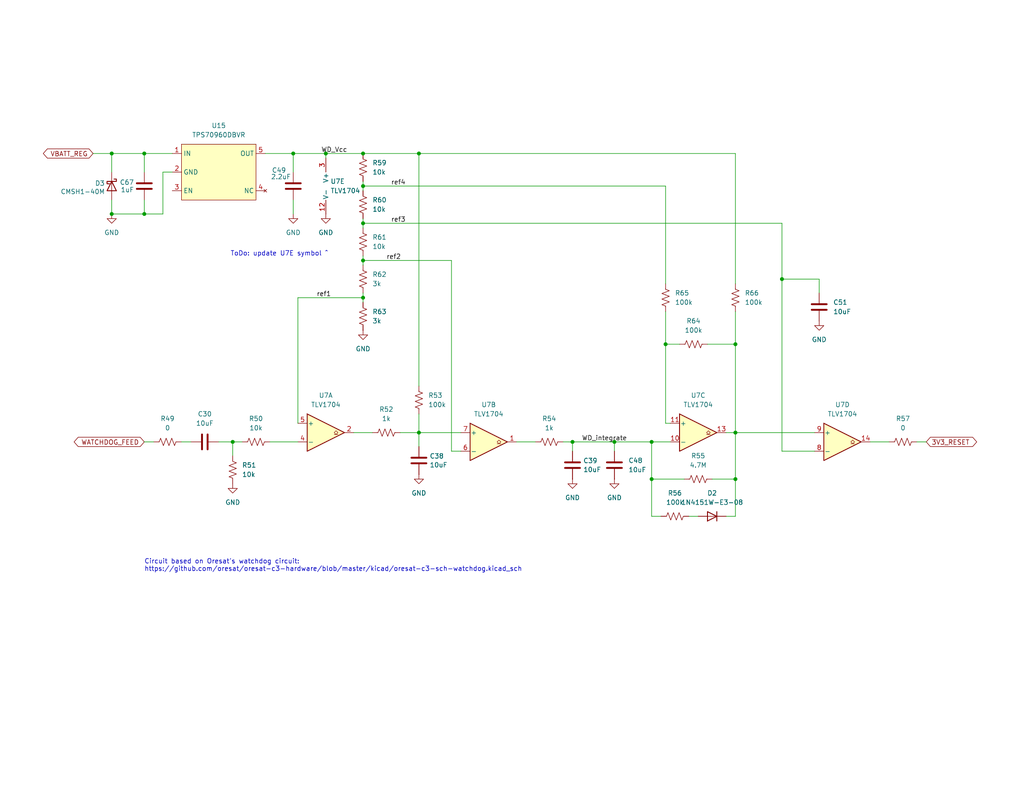
<source format=kicad_sch>
(kicad_sch (version 20250114) (generator "eeschema") (generator_version "9.0")
  (paper "USLetter")
  (title_block (title "ADCS Main Board") (date "2025-08-21") (rev "1.8") (company "Stanford Student Space Initiative") (comment 1 "Sage Wu") (comment 2 "From PiCubed"))
  (lib_symbols
    (symbol "Device:C" (pin_numbers (hide yes)) (pin_names (offset 0.254))
      (property "Reference" "C" (at 0.635 2.54 0))
      (property "Value" "C" (at 0.635 -2.54 0))
      (symbol "C_0_1"
        (polyline (pts (xy -2.032 0.762) (xy 2.032 0.762)) (stroke (width 0.508)))
        (polyline (pts (xy -2.032 -0.762) (xy 2.032 -0.762)) (stroke (width 0.508)))
      )
      (symbol "C_1_1"
        (pin passive line (at 0 3.81 270) (length 2.794) (name "~") (number "1"))
        (pin passive line (at 0 -3.81 90) (length 2.794) (name "~") (number "2"))
      )
    )
    (symbol "Device:D" (pin_numbers (hide yes)) (pin_names (offset 1.016) (hide yes))
      (property "Reference" "D" (at 0 2.54 0))
      (property "Value" "D" (at 0 -2.54 0))
      (symbol "D_0_1"
        (polyline (pts (xy -1.27 1.27) (xy -1.27 -1.27)) (stroke (width 0.254)))
        (polyline (pts (xy 1.27 1.27) (xy 1.27 -1.27) (xy -1.27 0) (xy 1.27 1.27)) (stroke (width 0.254)))
        (polyline (pts (xy 1.27 0) (xy -1.27 0)))
      )
      (symbol "D_1_1"
        (pin passive line (at -3.81 0 0) (length 2.54) (name "K") (number "1"))
        (pin passive line (at 3.81 0 180) (length 2.54) (name "A") (number "2"))
      )
    )
    (symbol "Device:D_Schottky" (pin_numbers (hide yes)) (pin_names (offset 1.016) (hide yes))
      (property "Reference" "D" (at 0 2.54 0))
      (property "Value" "D_Schottky" (at 0 -2.54 0))
      (symbol "D_Schottky_0_1"
        (polyline (pts (xy -1.905 0.635) (xy -1.905 1.27) (xy -1.27 1.27) (xy -1.27 -1.27) (xy -0.635 -1.27) (xy -0.635 -0.635)) (stroke (width 0.254)))
        (polyline (pts (xy 1.27 1.27) (xy 1.27 -1.27) (xy -1.27 0) (xy 1.27 1.27)) (stroke (width 0.254)))
        (polyline (pts (xy 1.27 0) (xy -1.27 0)))
      )
      (symbol "D_Schottky_1_1"
        (pin passive line (at -3.81 0 0) (length 2.54) (name "K") (number "1"))
        (pin passive line (at 3.81 0 180) (length 2.54) (name "A") (number "2"))
      )
    )
    (symbol "Device:R_US" (pin_numbers (hide yes)) (pin_names (offset 0))
      (property "Reference" "R" (at 2.54 0 90))
      (property "Value" "R_US" (at -2.54 0 90))
      (symbol "R_US_0_1"
        (polyline (pts (xy 0 2.286) (xy 0 2.54)))
        (polyline (pts (xy 0 2.286) (xy 1.016 1.905) (xy 0 1.524) (xy -1.016 1.143) (xy 0 0.762)))
        (polyline (pts (xy 0 0.762) (xy 1.016 0.381) (xy 0 0) (xy -1.016 -0.381) (xy 0 -0.762)))
        (polyline (pts (xy 0 -0.762) (xy 1.016 -1.143) (xy 0 -1.524) (xy -1.016 -1.905) (xy 0 -2.286)))
        (polyline (pts (xy 0 -2.286) (xy 0 -2.54)))
      )
      (symbol "R_US_1_1"
        (pin passive line (at 0 3.81 270) (length 1.27) (name "~") (number "1"))
        (pin passive line (at 0 -3.81 90) (length 1.27) (name "~") (number "2"))
      )
    )
    (symbol "power:GND" (power) (pin_numbers (hide yes)) (pin_names (offset 0) (hide yes))
      (property "Value" "GND" (at 0 -3.81 0))
      (symbol "GND_0_1"
        (polyline (pts (xy 0 0) (xy 0 -1.27) (xy 1.27 -1.27) (xy 0 -2.54) (xy -1.27 -1.27) (xy 0 -1.27)))
      )
      (symbol "GND_1_1"
        (pin power_in line (at 0 0 270) (length 0) (name "~") (number "1"))
      )
    )
    (symbol "ssi_IC:TLV1704" (pin_names (offset 0.127))
      (property "Reference" "U" (at 0 5.08 0))
      (property "Value" "TLV1704" (at 0 -5.08 0))
      (symbol "TLV1704_1_1"
        (polyline (pts (xy -5.08 5.08) (xy 5.08 0) (xy -5.08 -5.08) (xy -5.08 5.08)) (stroke (width 0.254)) (fill (type background)))
        (polyline (pts (xy 3.302 -0.508) (xy 2.794 -0.508) (xy 3.302 0) (xy 2.794 0.508) (xy 2.286 0) (xy 2.794 -0.508) (xy 2.286 -0.508)) (stroke (width 0.127)))
        (pin input line (at -7.62 2.54 0) (length 2.54) (name "+") (number "5"))
        (pin input line (at -7.62 -2.54 0) (length 2.54) (name "-") (number "4"))
        (pin open_collector line (at 7.62 0 180) (length 2.54) (name "~") (number "2"))
      )
      (symbol "TLV1704_2_1"
        (polyline (pts (xy -5.08 5.08) (xy 5.08 0) (xy -5.08 -5.08) (xy -5.08 5.08)) (stroke (width 0.254)) (fill (type background)))
        (polyline (pts (xy 3.302 -0.508) (xy 2.794 -0.508) (xy 3.302 0) (xy 2.794 0.508) (xy 2.286 0) (xy 2.794 -0.508) (xy 2.286 -0.508)) (stroke (width 0.127)))
        (pin input line (at -7.62 2.54 0) (length 2.54) (name "+") (number "7"))
        (pin input line (at -7.62 -2.54 0) (length 2.54) (name "-") (number "6"))
        (pin open_collector line (at 7.62 0 180) (length 2.54) (name "~") (number "1"))
      )
      (symbol "TLV1704_3_1"
        (polyline (pts (xy -5.08 5.08) (xy 5.08 0) (xy -5.08 -5.08) (xy -5.08 5.08)) (stroke (width 0.254)) (fill (type background)))
        (polyline (pts (xy 3.302 -0.508) (xy 2.794 -0.508) (xy 3.302 0) (xy 2.794 0.508) (xy 2.286 0) (xy 2.794 -0.508) (xy 2.286 -0.508)) (stroke (width 0.127)))
        (pin input line (at -7.62 2.54 0) (length 2.54) (name "+") (number "11"))
        (pin input line (at -7.62 -2.54 0) (length 2.54) (name "-") (number "10"))
        (pin open_collector line (at 7.62 0 180) (length 2.54) (name "~") (number "13"))
      )
      (symbol "TLV1704_4_1"
        (polyline (pts (xy -5.08 5.08) (xy 5.08 0) (xy -5.08 -5.08) (xy -5.08 5.08)) (stroke (width 0.254)) (fill (type background)))
        (polyline (pts (xy 3.302 -0.508) (xy 2.794 -0.508) (xy 3.302 0) (xy 2.794 0.508) (xy 2.286 0) (xy 2.794 -0.508) (xy 2.286 -0.508)) (stroke (width 0.127)))
        (pin input line (at -7.62 2.54 0) (length 2.54) (name "+") (number "9"))
        (pin input line (at -7.62 -2.54 0) (length 2.54) (name "-") (number "8"))
        (pin open_collector line (at 7.62 0 180) (length 2.54) (name "~") (number "14"))
      )
      (symbol "TLV1704_5_1"
        (pin power_in line (at -2.54 7.62 270) (length 3.81) (name "V+") (number "3"))
        (pin power_in line (at -2.54 -7.62 90) (length 3.81) (name "V-") (number "12"))
      )
    )
    (symbol "ssi_IC:TPS70960DBVR"
      (property "Reference" "U" (at 0 8.382 0))
      (property "Value" "TPS70960DBVR" (at -0.254 18.542 0))
      (symbol "TPS70960DBVR_1_1"
        (rectangle (start -10.16 6.35) (end 10.16 -8.89) (fill (type background)))
        (pin power_in line (at -12.7 3.81 0) (length 2.54) (name "IN") (number "1"))
        (pin power_in line (at -12.7 -1.27 0) (length 2.54) (name "GND") (number "2"))
        (pin input line (at -12.7 -6.35 0) (length 2.54) (name "EN") (number "3"))
        (pin power_out line (at 12.7 3.81 180) (length 2.54) (name "OUT") (number "5"))
        (pin no_connect line (at 12.7 -6.35 180) (length 2.54) (name "NC") (number "4"))
      )
    )
  )
  (text "Circuit based on Oresat's watchdog circuit:\nhttps://github.com/oresat/oresat-c3-hardware/blob/master/kicad/oresat-c3-sch-watchdog.kicad_sch" (at 39.37 154.432 0) (effects (font (size 1.27 1.27)) (justify left)))
  (text "ToDo: update U7E symbol ^" (at 76.2 69.342 0) (effects (font (size 1.27 1.27))))
  (junction (at 39.37 41.91))
  (junction (at 200.66 130.81))
  (junction (at 114.3 118.11))
  (junction (at 30.48 41.91))
  (junction (at 181.61 93.98))
  (junction (at 63.5 120.65))
  (junction (at 99.06 50.8))
  (junction (at 39.37 58.42))
  (junction (at 200.66 118.11))
  (junction (at 156.21 120.65))
  (junction (at 114.3 41.91))
  (junction (at 88.9 41.91))
  (junction (at 30.48 58.42))
  (junction (at 80.01 41.91))
  (junction (at 167.64 120.65))
  (junction (at 213.36 76.2))
  (junction (at 177.8 120.65))
  (junction (at 99.06 41.91))
  (junction (at 177.8 130.81))
  (junction (at 99.06 71.12))
  (junction (at 99.06 60.96))
  (junction (at 99.06 81.28))
  (junction (at 200.66 93.98))
  (wire (pts (xy 63.5 120.65) (xy 66.04 120.65)))
  (wire (pts (xy 59.69 120.65) (xy 63.5 120.65)))
  (wire (pts (xy 30.48 46.99) (xy 30.48 41.91)))
  (wire (pts (xy 81.28 81.28) (xy 99.06 81.28)))
  (wire (pts (xy 181.61 93.98) (xy 185.42 93.98)))
  (wire (pts (xy 187.96 140.97) (xy 190.5 140.97)))
  (wire (pts (xy 200.66 93.98) (xy 200.66 118.11)))
  (wire (pts (xy 237.49 120.65) (xy 242.57 120.65)))
  (wire (pts (xy 223.52 80.01) (xy 223.52 76.2)))
  (wire (pts (xy 193.04 93.98) (xy 200.66 93.98)))
  (wire (pts (xy 194.31 130.81) (xy 200.66 130.81)))
  (wire (pts (xy 80.01 41.91) (xy 80.01 46.99)))
  (wire (pts (xy 46.99 46.99) (xy 44.45 46.99)))
  (wire (pts (xy 99.06 80.01) (xy 99.06 81.28)))
  (wire (pts (xy 182.88 115.57) (xy 181.61 115.57)))
  (wire (pts (xy 177.8 130.81) (xy 177.8 120.65)))
  (wire (pts (xy 181.61 93.98) (xy 181.61 115.57)))
  (wire (pts (xy 213.36 60.96) (xy 213.36 76.2)))
  (wire (pts (xy 88.9 41.91) (xy 88.9 43.18)))
  (wire (pts (xy 156.21 120.65) (xy 167.64 120.65)))
  (wire (pts (xy 125.73 123.19) (xy 123.19 123.19)))
  (wire (pts (xy 99.06 59.69) (xy 99.06 60.96)))
  (wire (pts (xy 41.91 120.65) (xy 39.37 120.65)))
  (wire (pts (xy 177.8 120.65) (xy 182.88 120.65)))
  (wire (pts (xy 39.37 46.99) (xy 39.37 41.91)))
  (wire (pts (xy 200.66 77.47) (xy 200.66 41.91)))
  (wire (pts (xy 25.4 41.91) (xy 30.48 41.91)))
  (wire (pts (xy 153.67 120.65) (xy 156.21 120.65)))
  (wire (pts (xy 39.37 54.61) (xy 39.37 58.42)))
  (wire (pts (xy 180.34 140.97) (xy 177.8 140.97)))
  (wire (pts (xy 114.3 118.11) (xy 114.3 121.92)))
  (wire (pts (xy 44.45 46.99) (xy 44.45 58.42)))
  (wire (pts (xy 114.3 41.91) (xy 114.3 105.41)))
  (wire (pts (xy 200.66 140.97) (xy 200.66 130.81)))
  (wire (pts (xy 114.3 118.11) (xy 125.73 118.11)))
  (wire (pts (xy 30.48 41.91) (xy 39.37 41.91)))
  (wire (pts (xy 39.37 41.91) (xy 46.99 41.91)))
  (wire (pts (xy 181.61 50.8) (xy 181.61 77.47)))
  (wire (pts (xy 177.8 130.81) (xy 186.69 130.81)))
  (wire (pts (xy 99.06 81.28) (xy 99.06 82.55)))
  (wire (pts (xy 99.06 41.91) (xy 114.3 41.91)))
  (wire (pts (xy 213.36 123.19) (xy 222.25 123.19)))
  (wire (pts (xy 198.12 118.11) (xy 200.66 118.11)))
  (wire (pts (xy 213.36 76.2) (xy 223.52 76.2)))
  (wire (pts (xy 250.19 120.65) (xy 252.73 120.65)))
  (wire (pts (xy 73.66 120.65) (xy 81.28 120.65)))
  (wire (pts (xy 63.5 120.65) (xy 63.5 124.46)))
  (wire (pts (xy 114.3 113.03) (xy 114.3 118.11)))
  (wire (pts (xy 96.52 118.11) (xy 101.6 118.11)))
  (wire (pts (xy 99.06 49.53) (xy 99.06 50.8)))
  (wire (pts (xy 99.06 50.8) (xy 99.06 52.07)))
  (wire (pts (xy 123.19 71.12) (xy 99.06 71.12)))
  (wire (pts (xy 30.48 58.42) (xy 39.37 58.42)))
  (wire (pts (xy 49.53 120.65) (xy 52.07 120.65)))
  (wire (pts (xy 200.66 130.81) (xy 200.66 118.11)))
  (wire (pts (xy 213.36 76.2) (xy 213.36 123.19)))
  (wire (pts (xy 88.9 41.91) (xy 99.06 41.91)))
  (wire (pts (xy 72.39 41.91) (xy 80.01 41.91)))
  (wire (pts (xy 109.22 118.11) (xy 114.3 118.11)))
  (wire (pts (xy 200.66 85.09) (xy 200.66 93.98)))
  (wire (pts (xy 177.8 140.97) (xy 177.8 130.81)))
  (wire (pts (xy 99.06 69.85) (xy 99.06 71.12)))
  (wire (pts (xy 200.66 118.11) (xy 222.25 118.11)))
  (wire (pts (xy 99.06 50.8) (xy 181.61 50.8)))
  (wire (pts (xy 181.61 85.09) (xy 181.61 93.98)))
  (wire (pts (xy 99.06 60.96) (xy 99.06 62.23)))
  (wire (pts (xy 80.01 41.91) (xy 88.9 41.91)))
  (wire (pts (xy 99.06 60.96) (xy 213.36 60.96)))
  (wire (pts (xy 99.06 71.12) (xy 99.06 72.39)))
  (wire (pts (xy 156.21 123.19) (xy 156.21 120.65)))
  (wire (pts (xy 198.12 140.97) (xy 200.66 140.97)))
  (wire (pts (xy 123.19 123.19) (xy 123.19 71.12)))
  (wire (pts (xy 44.45 58.42) (xy 39.37 58.42)))
  (wire (pts (xy 81.28 115.57) (xy 81.28 81.28)))
  (wire (pts (xy 167.64 120.65) (xy 177.8 120.65)))
  (wire (pts (xy 140.97 120.65) (xy 146.05 120.65)))
  (wire (pts (xy 30.48 54.61) (xy 30.48 58.42)))
  (wire (pts (xy 167.64 120.65) (xy 167.64 123.19)))
  (wire (pts (xy 114.3 41.91) (xy 200.66 41.91)))
  (wire (pts (xy 80.01 54.61) (xy 80.01 58.42)))
  (label "ref2" (at 105.41 71.12 0))
  (label "WD_Vcc" (at 87.63 41.91 0))
  (label "WD_integrate" (at 158.75 120.65 0))
  (label "ref1" (at 86.36 81.28 0))
  (label "ref3" (at 106.68 60.96 0))
  (label "ref4" (at 106.68 50.8 0))
  (global_label "3V3_RESET" (shape bidirectional) (at 252.73 120.65 0) (property "Intersheetrefs" "${INTERSHEET_REFS}" (effects (hide yes))))
  (global_label "VBATT_REG" (shape bidirectional) (at 25.4 41.91 180) (property "Intersheetrefs" "${INTERSHEET_REFS}" (effects (hide yes))))
  (global_label "WATCHDOG_FEED" (shape bidirectional) (at 39.37 120.65 180) (property "Intersheetrefs" "${INTERSHEET_REFS}" (effects (hide yes))))
  (symbol (lib_id "ssi_IC:TLV1704") (at 91.44 50.8 0) (unit 5)
    (property "Reference" "U7" (at 90.17 49.5299 0) (effects (justify left)))
    (property "Value" "TLV1704" (at 90.17 52.0699 0) (effects (justify left)))
    (property "Footprint" "Package_SO:TSSOP-14_4.4x5mm_P0.65mm" (effects (hide yes)))
    (property "Datasheet" "https://www.ti.com/lit/ds/symlink/tlv1704-sep.pdf" (effects (hide yes)))
    (property "Description" "Quad Differential Comparators, SOIC-14/TSSOP-14" (effects (hide yes)))
  )
  (symbol (lib_id "Device:R_US") (at 105.41 118.11 90) (unit 1)
    (property "Reference" "R52" (at 105.41 111.76 90))
    (property "Value" "1k" (at 105.41 114.3 90))
    (property "Footprint" "Resistor_SMD:R_0603_1608Metric" (effects (hide yes)))
    (property "Description" "Resistor, US symbol" (effects (hide yes)))
  )
  (symbol (lib_id "Device:R_US") (at 45.72 120.65 90) (unit 1)
    (property "Reference" "R49" (at 45.72 114.3 90))
    (property "Value" "0" (at 45.72 116.84 90))
    (property "Footprint" "Resistor_SMD:R_0603_1608Metric" (effects (hide yes)))
    (property "Description" "Resistor, US symbol" (effects (hide yes)))
  )
  (symbol (lib_id "Device:C") (at 167.64 127 180) (unit 1)
    (property "Reference" "C48" (at 171.45 125.7299 0) (effects (justify right)))
    (property "Value" "10uF" (at 171.45 128.2699 0) (effects (justify right)))
    (property "Footprint" "Capacitor_SMD:C_0603_1608Metric" (effects (hide yes)))
    (property "Description" "Unpolarized capacitor" (effects (hide yes)))
  )
  (symbol (lib_id "Device:R_US") (at 99.06 76.2 0) (unit 1)
    (property "Reference" "R62" (at 101.6 74.9299 0) (effects (justify left)))
    (property "Value" "3k" (at 101.6 77.4699 0) (effects (justify left)))
    (property "Footprint" "Resistor_SMD:R_0603_1608Metric" (effects (hide yes)))
    (property "Description" "Resistor, US symbol" (effects (hide yes)))
  )
  (symbol (lib_id "Device:R_US") (at 184.15 140.97 90) (unit 1)
    (property "Reference" "R56" (at 184.15 134.62 90))
    (property "Value" "100k" (at 184.15 137.16 90))
    (property "Footprint" "Resistor_SMD:R_0603_1608Metric" (effects (hide yes)))
    (property "Description" "Resistor, US symbol" (effects (hide yes)))
  )
  (symbol (lib_id "power:GND") (at 88.9 58.42 0) (unit 1)
    (property "Reference" "#PWR076" (effects (hide yes)))
    (property "Value" "GND" (at 88.9 63.5 0))
    (property "Description" "Power symbol creates a global label with name \"GND\" , ground" (effects (hide yes)))
  )
  (symbol (lib_id "Device:R_US") (at 99.06 45.72 0) (unit 1)
    (property "Reference" "R59" (at 101.6 44.4499 0) (effects (justify left)))
    (property "Value" "10k" (at 101.6 46.9899 0) (effects (justify left)))
    (property "Footprint" "Resistor_SMD:R_0603_1608Metric" (effects (hide yes)))
    (property "Description" "Resistor, US symbol" (effects (hide yes)))
  )
  (symbol (lib_id "Device:R_US") (at 189.23 93.98 90) (unit 1)
    (property "Reference" "R64" (at 189.23 87.63 90))
    (property "Value" "100k" (at 189.23 90.17 90))
    (property "Footprint" "Resistor_SMD:R_0603_1608Metric" (effects (hide yes)))
    (property "Description" "Resistor, US symbol" (effects (hide yes)))
  )
  (symbol (lib_id "Device:D") (at 194.31 140.97 180) (unit 1)
    (property "Reference" "D2" (at 194.31 134.62 0))
    (property "Value" "1N4151W-E3-08" (at 194.31 137.16 0))
    (property "Footprint" "Diode_SMD:D_SOD-123" (effects (hide yes)))
    (property "Description" "Diode" (effects (hide yes)))
    (property "Sim.Device" "D" (effects (hide yes)))
    (property "Sim.Pins" "1=K 2=A" (effects (hide yes)))
  )
  (symbol (lib_id "power:GND") (at 63.5 132.08 0) (unit 1)
    (property "Reference" "#PWR065" (effects (hide yes)))
    (property "Value" "GND" (at 63.5 137.16 0))
    (property "Description" "Power symbol creates a global label with name \"GND\" , ground" (effects (hide yes)))
  )
  (symbol (lib_id "Device:C") (at 39.37 50.8 0) (unit 1)
    (property "Reference" "C67" (at 36.576 49.784 0) (effects (justify right)))
    (property "Value" "1uF" (at 36.576 51.816 0) (effects (justify right)))
    (property "Footprint" "Capacitor_SMD:C_0603_1608Metric" (effects (hide yes)))
    (property "Description" "Unpolarized capacitor" (effects (hide yes)))
  )
  (symbol (lib_id "Device:R_US") (at 63.5 128.27 180) (unit 1)
    (property "Reference" "R51" (at 66.04 126.9999 0) (effects (justify right)))
    (property "Value" "10k" (at 66.04 129.5399 0) (effects (justify right)))
    (property "Footprint" "Resistor_SMD:R_0603_1608Metric" (effects (hide yes)))
    (property "Description" "Resistor, US symbol" (effects (hide yes)))
  )
  (symbol (lib_id "power:GND") (at 80.01 58.42 0) (unit 1)
    (property "Reference" "#PWR015" (effects (hide yes)))
    (property "Value" "GND" (at 80.01 63.5 0))
    (property "Description" "Power symbol creates a global label with name \"GND\" , ground" (effects (hide yes)))
  )
  (symbol (lib_id "ssi_IC:TLV1704") (at 190.5 118.11 0) (unit 3)
    (property "Reference" "U7" (at 190.5 107.95 0))
    (property "Value" "TLV1704" (at 190.5 110.49 0))
    (property "Footprint" "Package_SO:TSSOP-14_4.4x5mm_P0.65mm" (effects (hide yes)))
    (property "Datasheet" "https://www.ti.com/lit/ds/symlink/tlv1704-sep.pdf" (effects (hide yes)))
    (property "Description" "Quad Differential Comparators, SOIC-14/TSSOP-14" (effects (hide yes)))
  )
  (symbol (lib_id "Device:C") (at 156.21 127 180) (unit 1)
    (property "Reference" "C39" (at 159.131 125.7878 0) (effects (justify right)))
    (property "Value" "10uF" (at 159.131 128.2121 0) (effects (justify right)))
    (property "Footprint" "Capacitor_SMD:C_0603_1608Metric" (effects (hide yes)))
    (property "Description" "Unpolarized capacitor" (effects (hide yes)))
  )
  (symbol (lib_id "Device:C") (at 80.01 50.8 0) (unit 1)
    (property "Reference" "C49" (at 74.168 46.482 0) (effects (justify left)))
    (property "Value" "2.2uF" (at 73.914 48.26 0) (effects (justify left)))
    (property "Footprint" "Capacitor_SMD:C_0603_1608Metric" (effects (hide yes)))
    (property "Description" "Unpolarized capacitor" (effects (hide yes)))
  )
  (symbol (lib_id "power:GND") (at 156.21 130.81 0) (unit 1)
    (property "Reference" "#PWR072" (effects (hide yes)))
    (property "Value" "GND" (at 156.21 135.89 0))
    (property "Description" "Power symbol creates a global label with name \"GND\" , ground" (effects (hide yes)))
  )
  (symbol (lib_id "Device:R_US") (at 99.06 66.04 0) (unit 1)
    (property "Reference" "R61" (at 101.6 64.7699 0) (effects (justify left)))
    (property "Value" "10k" (at 101.6 67.3099 0) (effects (justify left)))
    (property "Footprint" "Resistor_SMD:R_0603_1608Metric" (effects (hide yes)))
    (property "Description" "Resistor, US symbol" (effects (hide yes)))
  )
  (symbol (lib_id "Device:R_US") (at 181.61 81.28 180) (unit 1)
    (property "Reference" "R65" (at 184.15 80.0099 0) (effects (justify right)))
    (property "Value" "100k" (at 184.15 82.5499 0) (effects (justify right)))
    (property "Footprint" "Resistor_SMD:R_0603_1608Metric" (effects (hide yes)))
    (property "Description" "Resistor, US symbol" (effects (hide yes)))
  )
  (symbol (lib_id "power:GND") (at 167.64 130.81 0) (unit 1)
    (property "Reference" "#PWR074" (effects (hide yes)))
    (property "Value" "GND" (at 167.64 135.89 0))
    (property "Description" "Power symbol creates a global label with name \"GND\" , ground" (effects (hide yes)))
  )
  (symbol (lib_id "ssi_IC:TPS70960DBVR") (at 59.69 45.72 0) (unit 1)
    (property "Reference" "U15" (at 59.69 34.29 0))
    (property "Value" "TPS70960DBVR" (at 59.69 36.83 0))
    (property "Footprint" "Package_TO_SOT_SMD:SOT-23-5" (effects (hide yes)))
    (property "Datasheet" "https://www.ti.com/lit/ds/symlink/tps709.pdf" (effects (hide yes)))
    (property "Description" "6V LDO" (effects (hide yes)))
  )
  (symbol (lib_id "power:GND") (at 114.3 129.54 0) (unit 1)
    (property "Reference" "#PWR069" (effects (hide yes)))
    (property "Value" "GND" (at 114.3 134.62 0))
    (property "Description" "Power symbol creates a global label with name \"GND\" , ground" (effects (hide yes)))
  )
  (symbol (lib_id "Device:R_US") (at 99.06 86.36 0) (unit 1)
    (property "Reference" "R63" (at 101.6 85.0899 0) (effects (justify left)))
    (property "Value" "3k" (at 101.6 87.6299 0) (effects (justify left)))
    (property "Footprint" "Resistor_SMD:R_0603_1608Metric" (effects (hide yes)))
    (property "Description" "Resistor, US symbol" (effects (hide yes)))
  )
  (symbol (lib_id "Device:R_US") (at 99.06 55.88 0) (unit 1)
    (property "Reference" "R60" (at 101.6 54.6099 0) (effects (justify left)))
    (property "Value" "10k" (at 101.6 57.1499 0) (effects (justify left)))
    (property "Footprint" "Resistor_SMD:R_0603_1608Metric" (effects (hide yes)))
    (property "Description" "Resistor, US symbol" (effects (hide yes)))
  )
  (symbol (lib_id "ssi_IC:TLV1704") (at 88.9 118.11 0) (unit 1)
    (property "Reference" "U7" (at 88.9 107.95 0))
    (property "Value" "TLV1704" (at 88.9 110.49 0))
    (property "Footprint" "Package_SO:TSSOP-14_4.4x5mm_P0.65mm" (effects (hide yes)))
    (property "Datasheet" "https://www.ti.com/lit/ds/symlink/tlv1704-sep.pdf" (effects (hide yes)))
    (property "Description" "Quad Differential Comparators, SOIC-14/TSSOP-14" (effects (hide yes)))
  )
  (symbol (lib_id "Device:R_US") (at 246.38 120.65 90) (unit 1)
    (property "Reference" "R57" (at 246.38 114.3 90))
    (property "Value" "0" (at 246.38 116.84 90))
    (property "Footprint" "Resistor_SMD:R_0603_1608Metric" (effects (hide yes)))
    (property "Description" "Resistor, US symbol" (effects (hide yes)))
  )
  (symbol (lib_id "ssi_IC:TLV1704") (at 229.87 120.65 0) (unit 4)
    (property "Reference" "U7" (at 229.87 110.49 0))
    (property "Value" "TLV1704" (at 229.87 113.03 0))
    (property "Footprint" "Package_SO:TSSOP-14_4.4x5mm_P0.65mm" (effects (hide yes)))
    (property "Datasheet" "https://www.ti.com/lit/ds/symlink/tlv1704-sep.pdf" (effects (hide yes)))
    (property "Description" "Quad Differential Comparators, SOIC-14/TSSOP-14" (effects (hide yes)))
  )
  (symbol (lib_id "ssi_IC:TLV1704") (at 133.35 120.65 0) (unit 2)
    (property "Reference" "U7" (at 133.35 110.49 0))
    (property "Value" "TLV1704" (at 133.35 113.03 0))
    (property "Footprint" "Package_SO:TSSOP-14_4.4x5mm_P0.65mm" (effects (hide yes)))
    (property "Datasheet" "https://www.ti.com/lit/ds/symlink/tlv1704-sep.pdf" (effects (hide yes)))
    (property "Description" "Quad Differential Comparators, SOIC-14/TSSOP-14" (effects (hide yes)))
  )
  (symbol (lib_id "Device:C") (at 114.3 125.73 180) (unit 1)
    (property "Reference" "C38" (at 117.221 124.5178 0) (effects (justify right)))
    (property "Value" "10uF" (at 117.221 126.9421 0) (effects (justify right)))
    (property "Footprint" "Capacitor_SMD:C_0603_1608Metric" (effects (hide yes)))
    (property "Description" "Unpolarized capacitor" (effects (hide yes)))
  )
  (symbol (lib_id "Device:R_US") (at 69.85 120.65 90) (unit 1)
    (property "Reference" "R50" (at 69.85 114.3 90))
    (property "Value" "10k" (at 69.85 116.84 90))
    (property "Footprint" "Resistor_SMD:R_0603_1608Metric" (effects (hide yes)))
    (property "Description" "Resistor, US symbol" (effects (hide yes)))
  )
  (symbol (lib_id "power:GND") (at 99.06 90.17 0) (unit 1)
    (property "Reference" "#PWR075" (effects (hide yes)))
    (property "Value" "GND" (at 99.06 95.25 0))
    (property "Description" "Power symbol creates a global label with name \"GND\" , ground" (effects (hide yes)))
  )
  (symbol (lib_id "Device:R_US") (at 190.5 130.81 90) (unit 1)
    (property "Reference" "R55" (at 190.5 124.46 90))
    (property "Value" "4.7M" (at 190.5 127 90))
    (property "Footprint" "Resistor_SMD:R_0603_1608Metric" (effects (hide yes)))
    (property "Description" "Resistor, US symbol" (effects (hide yes)))
  )
  (symbol (lib_id "Device:D_Schottky") (at 30.48 50.8 270) (unit 1)
    (property "Reference" "D3" (at 25.908 50.038 90) (effects (justify left)))
    (property "Value" "CMSH1-40M" (at 16.51 52.324 90) (effects (justify left)))
    (property "Footprint" "ssi_diode:DIOM5226X262N" (effects (hide yes)))
    (property "Description" "Schottky diode" (effects (hide yes)))
  )
  (symbol (lib_id "Device:R_US") (at 149.86 120.65 90) (unit 1)
    (property "Reference" "R54" (at 149.86 114.3 90))
    (property "Value" "1k" (at 149.86 116.84 90))
    (property "Footprint" "Resistor_SMD:R_0603_1608Metric" (effects (hide yes)))
    (property "Description" "Resistor, US symbol" (effects (hide yes)))
  )
  (symbol (lib_id "Device:R_US") (at 200.66 81.28 180) (unit 1)
    (property "Reference" "R66" (at 203.2 80.0099 0) (effects (justify right)))
    (property "Value" "100k" (at 203.2 82.5499 0) (effects (justify right)))
    (property "Footprint" "Resistor_SMD:R_0603_1608Metric" (effects (hide yes)))
    (property "Description" "Resistor, US symbol" (effects (hide yes)))
  )
  (symbol (lib_id "Device:C") (at 55.88 120.65 90) (unit 1)
    (property "Reference" "C30" (at 55.88 113.03 90))
    (property "Value" "10uF" (at 55.88 115.57 90))
    (property "Footprint" "Capacitor_SMD:C_0603_1608Metric" (effects (hide yes)))
    (property "Description" "Unpolarized capacitor" (effects (hide yes)))
  )
  (symbol (lib_id "power:GND") (at 223.52 87.63 0) (unit 1)
    (property "Reference" "#PWR078" (effects (hide yes)))
    (property "Value" "GND" (at 223.52 92.71 0))
    (property "Description" "Power symbol creates a global label with name \"GND\" , ground" (effects (hide yes)))
  )
  (symbol (lib_id "Device:R_US") (at 114.3 109.22 180) (unit 1)
    (property "Reference" "R53" (at 116.84 107.9499 0) (effects (justify right)))
    (property "Value" "100k" (at 116.84 110.4899 0) (effects (justify right)))
    (property "Footprint" "Resistor_SMD:R_0603_1608Metric" (effects (hide yes)))
    (property "Description" "Resistor, US symbol" (effects (hide yes)))
  )
  (symbol (lib_id "Device:C") (at 223.52 83.82 180) (unit 1)
    (property "Reference" "C51" (at 227.33 82.5499 0) (effects (justify right)))
    (property "Value" "10uF" (at 227.33 85.0899 0) (effects (justify right)))
    (property "Footprint" "Capacitor_SMD:C_0603_1608Metric" (effects (hide yes)))
    (property "Description" "Unpolarized capacitor" (effects (hide yes)))
  )
  (symbol (lib_id "power:GND") (at 30.48 58.42 0) (unit 1)
    (property "Reference" "#PWR08" (effects (hide yes)))
    (property "Value" "GND" (at 30.48 63.5 0))
    (property "Description" "Power symbol creates a global label with name \"GND\" , ground" (effects (hide yes)))
  )
)
</source>
